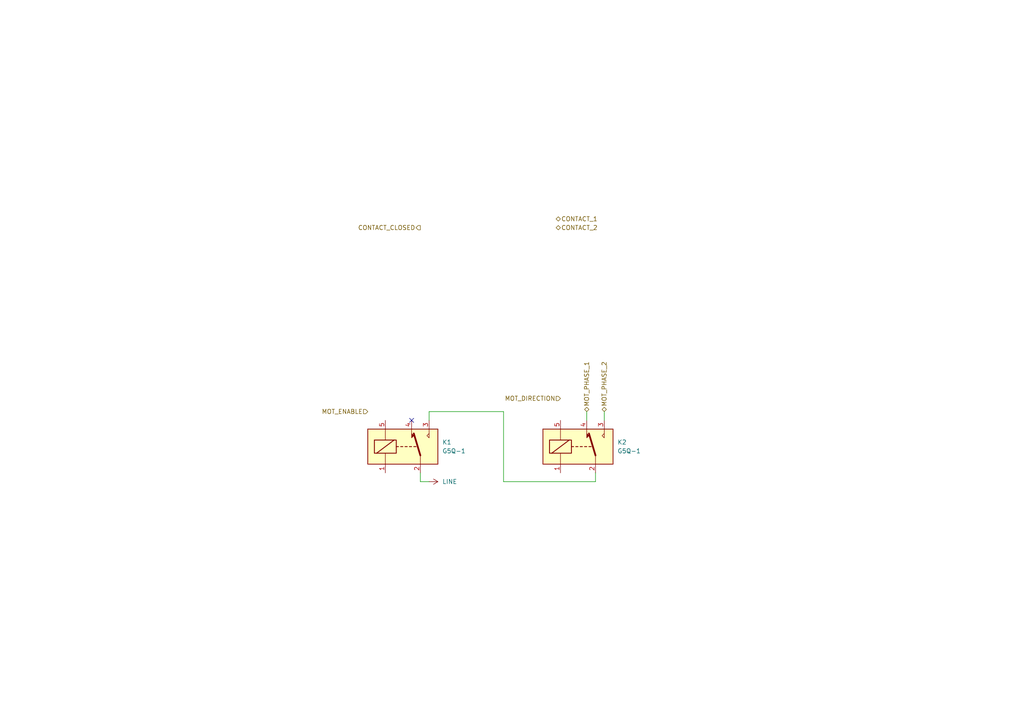
<source format=kicad_sch>
(kicad_sch (version 20250114) (generator "eeschema") (generator_version "9.0")
  (paper "A4")
  (title_block (title "iot-contact"))
  (lib_symbols
    (symbol "Relay:G5Q-1"
      (property "Reference" "K" (at 11.43 3.81 0))
      (property "Value" "G5Q-1" (at 11.43 1.27 0))
      (symbol "G5Q-1_0_0"
        (polyline (pts (xy 7.62 5.08) (xy 7.62 2.54) (xy 6.985 3.175) (xy 7.62 3.81)))
      )
      (symbol "G5Q-1_0_1"
        (rectangle (start -10.16 5.08) (end 10.16 -5.08) (stroke (width 0.254)) (fill (type background)))
        (rectangle (start -8.255 1.905) (end -1.905 -1.905) (stroke (width 0.254)))
        (polyline (pts (xy -7.62 -1.905) (xy -2.54 1.905)) (stroke (width 0.254)))
        (polyline (pts (xy -5.08 5.08) (xy -5.08 1.905)))
        (polyline (pts (xy -5.08 -5.08) (xy -5.08 -1.905)))
        (polyline (pts (xy -1.905 0) (xy -1.27 0)) (stroke (width 0.254)))
        (polyline (pts (xy -0.635 0) (xy 0 0)) (stroke (width 0.254)))
        (polyline (pts (xy 0.635 0) (xy 1.27 0)) (stroke (width 0.254)))
        (polyline (pts (xy 1.905 0) (xy 2.54 0)) (stroke (width 0.254)))
        (polyline (pts (xy 2.54 5.08) (xy 2.54 2.54) (xy 3.175 3.175) (xy 2.54 3.81)) (fill (type outline)))
        (polyline (pts (xy 3.175 0) (xy 3.81 0)) (stroke (width 0.254)))
        (polyline (pts (xy 5.08 -2.54) (xy 3.175 3.81)) (stroke (width 0.508)))
        (polyline (pts (xy 5.08 -2.54) (xy 5.08 -5.08)))
      )
      (symbol "G5Q-1_1_1"
        (pin passive line (at -5.08 7.62 270) (length 2.54) (name "~") (number "5"))
        (pin passive line (at -5.08 -7.62 90) (length 2.54) (name "~") (number "1"))
        (pin passive line (at 2.54 7.62 270) (length 2.54) (name "~") (number "4"))
        (pin passive line (at 5.08 -7.62 90) (length 2.54) (name "~") (number "2"))
        (pin passive line (at 7.62 7.62 270) (length 2.54) (name "~") (number "3"))
      )
    )
    (symbol "power:LINE" (power) (pin_numbers (hide yes)) (pin_names (offset 0) (hide yes))
      (property "Value" "LINE" (at 0 3.556 0))
      (symbol "LINE_0_1"
        (polyline (pts (xy -0.762 1.27) (xy 0 2.54)))
        (polyline (pts (xy 0 2.54) (xy 0.762 1.27)))
        (polyline (pts (xy 0 0) (xy 0 2.54)))
      )
      (symbol "LINE_1_1"
        (pin power_in line (at 0 0 90) (length 0) (name "~") (number "1"))
      )
    )
  )
  (no_connect (at 119.38 121.92))
  (wire (pts (xy 146.05 119.38) (xy 146.05 139.7)))
  (wire (pts (xy 175.26 119.38) (xy 175.26 121.92)))
  (wire (pts (xy 124.46 139.7) (xy 121.92 139.7)))
  (wire (pts (xy 172.72 139.7) (xy 172.72 137.16)))
  (wire (pts (xy 170.18 119.38) (xy 170.18 121.92)))
  (wire (pts (xy 121.92 139.7) (xy 121.92 137.16)))
  (wire (pts (xy 124.46 119.38) (xy 146.05 119.38)))
  (wire (pts (xy 124.46 121.92) (xy 124.46 119.38)))
  (wire (pts (xy 146.05 139.7) (xy 172.72 139.7)))
  (hierarchical_label "CONTACT_1" (shape bidirectional) (at 161.29 63.5 0))
  (hierarchical_label "CONTACT_2" (shape bidirectional) (at 161.29 66.04 0))
  (hierarchical_label "MOT_ENABLE" (shape input) (at 106.68 119.38 180))
  (hierarchical_label "MOT_PHASE_2" (shape bidirectional) (at 175.26 119.38 90))
  (hierarchical_label "MOT_PHASE_1" (shape bidirectional) (at 170.18 119.38 90))
  (hierarchical_label "CONTACT_CLOSED" (shape output) (at 121.92 66.04 180))
  (hierarchical_label "MOT_DIRECTION" (shape input) (at 162.56 115.57 180))
  (symbol (lib_id "power:LINE") (at 124.46 139.7 270) (unit 1)
    (property "Reference" "#PWR030" (effects (hide yes)))
    (property "Value" "LINE" (at 128.27 139.6999 90) (effects (justify left)))
    (property "Description" "Power symbol creates a global label with name \"LINE\"" (effects (hide yes)))
  )
  (symbol (lib_id "Relay:G5Q-1") (at 167.64 129.54 0) (unit 1)
    (property "Reference" "K2" (at 179.07 128.2699 0) (effects (justify left)))
    (property "Value" "G5Q-1" (at 179.07 130.8099 0) (effects (justify left)))
    (property "Footprint" "Relay_THT:Relay_SPDT_Omron-G5Q-1" (effects (hide yes)))
    (property "Datasheet" "https://www.omron.com/ecb/products/pdf/en-g5q.pdf" (effects (hide yes)))
    (property "Description" "Omron G5G relay, Miniature Single Pole, SPDT, 10A" (effects (hide yes)))
  )
  (symbol (lib_id "Relay:G5Q-1") (at 116.84 129.54 0) (unit 1)
    (property "Reference" "K1" (at 128.27 128.2699 0) (effects (justify left)))
    (property "Value" "G5Q-1" (at 128.27 130.8099 0) (effects (justify left)))
    (property "Footprint" "Relay_THT:Relay_SPDT_Omron-G5Q-1" (effects (hide yes)))
    (property "Datasheet" "https://www.omron.com/ecb/products/pdf/en-g5q.pdf" (effects (hide yes)))
    (property "Description" "Omron G5G relay, Miniature Single Pole, SPDT, 10A" (effects (hide yes)))
  )
)
</source>
